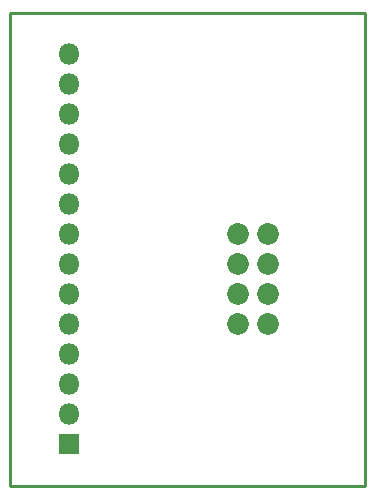
<source format=gbr>
%TF.GenerationSoftware,KiCad,Pcbnew,(5.1.6)-1*%
%TF.CreationDate,2021-10-20T11:15:13+02:00*%
%TF.ProjectId,Display_Backplate_v1,44697370-6c61-4795-9f42-61636b706c61,rev?*%
%TF.SameCoordinates,PX91e9840PY754d4c0*%
%TF.FileFunction,Soldermask,Bot*%
%TF.FilePolarity,Negative*%
%FSLAX46Y46*%
G04 Gerber Fmt 4.6, Leading zero omitted, Abs format (unit mm)*
G04 Created by KiCad (PCBNEW (5.1.6)-1) date 2021-10-20 11:15:13*
%MOMM*%
%LPD*%
G01*
G04 APERTURE LIST*
%TA.AperFunction,Profile*%
%ADD10C,0.250000*%
%TD*%
%ADD11C,1.850000*%
%ADD12O,1.800000X1.800000*%
%ADD13R,1.800000X1.800000*%
G04 APERTURE END LIST*
D10*
X30000000Y0D02*
X30000000Y40000000D01*
X30000000Y0D02*
X0Y0D01*
X0Y40000000D02*
X30000000Y40000000D01*
X0Y0D02*
X0Y40000000D01*
D11*
%TO.C,J2*%
X19230000Y21310000D03*
X19230000Y18770000D03*
X19230000Y16230000D03*
X19230000Y13690000D03*
X21770000Y13690000D03*
X21770000Y16230000D03*
X21770000Y18770000D03*
X21770000Y21310000D03*
%TD*%
D12*
%TO.C,J1*%
X5000000Y36520000D03*
X5000000Y33980000D03*
X5000000Y31440000D03*
X5000000Y28900000D03*
X5000000Y26360000D03*
X5000000Y23820000D03*
X5000000Y21280000D03*
X5000000Y18740000D03*
X5000000Y16200000D03*
X5000000Y13660000D03*
X5000000Y11120000D03*
X5000000Y8580000D03*
X5000000Y6040000D03*
D13*
X5000000Y3500000D03*
%TD*%
M02*

</source>
